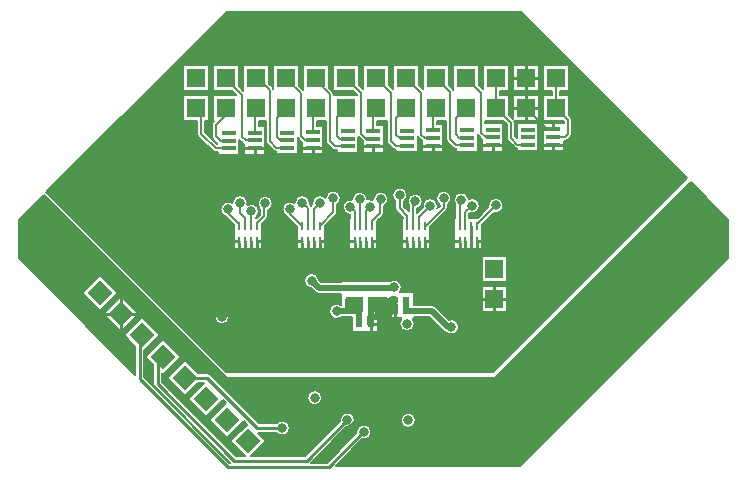
<source format=gbr>
%FSLAX25Y25*%
%MOIN*%
G04 EasyPC Gerber Version 18.0.8 Build 3632 *
%ADD18R,0.01000X0.02756*%
%ADD17R,0.02400X0.02400*%
%ADD16R,0.04600X0.01800*%
%ADD12R,0.06000X0.06000*%
%ADD10C,0.00500*%
%ADD70C,0.00800*%
%ADD11C,0.01000*%
%AMT13*0 Rectangle Pad at angle 45*21,1,0.06000,0.06000,0,0,45*%
%ADD13T13*%
%ADD19C,0.02000*%
%ADD71C,0.03000*%
%ADD14C,0.03200*%
%ADD15R,0.02400X0.02400*%
X0Y0D02*
D02*
D10*
X11318Y93141D02*
X2950Y84773D01*
Y72044*
X41893Y33101*
Y42555*
X38133Y46315*
X44143Y52326*
X50154Y46315*
X44793Y40955*
Y32309*
X73244Y3859*
X73449*
X48325Y28983*
G75*
G02X47900Y30009I1025J1025*
G01*
Y36548*
X45204Y39244*
X51215Y45254*
X57225Y39244*
X51215Y33234*
X50800Y33648*
Y30609*
X75451Y5959*
X78490*
X73489Y10960*
X79107Y16578*
X78046Y17639*
X72428Y12021*
X66417Y18031*
X72036Y23650*
X70975Y24710*
X65357Y19092*
X59346Y25102*
X64746Y30501*
X62624*
X58285Y26163*
X52275Y32173*
X58285Y38183*
X62753Y33716*
X65850*
G75*
G02X66987Y33245J-1607*
G01*
X83216Y17016*
X88870*
G75*
G02X93400Y15409I1980J-1607*
G01*
G75*
G02X88870Y13801I-2550*
G01*
X82668*
X85509Y10960*
X80508Y5959*
X98349*
X110041Y17651*
G75*
G02X110000Y18109I2508J457*
G01*
G75*
G02X115100I2550*
G01*
G75*
G02X112092Y15600I-2550*
G01*
X100351Y3859*
X105749*
X115541Y13651*
G75*
G02X115500Y14109I2508J457*
G01*
G75*
G02X120600I2550*
G01*
G75*
G02X117592Y11600I-2550*
G01*
X108801Y2809*
X170215*
X239550Y72144*
Y84873*
X227032Y97391*
X161750Y32109*
X72350*
X11318Y93141*
X23991Y60457D02*
X30001Y66468D01*
X36011Y60457*
X30001Y54447*
X23991Y60457*
X31062Y53386D02*
X37072Y59396D01*
X43083Y53386*
X37072Y47376*
X31062Y53386*
X104200Y25509D02*
G75*
G02X99100I-2550D01*
G01*
G75*
G02X104200I2550*
G01*
X135400Y18009D02*
G75*
G02X130300I-2550D01*
G01*
G75*
G02X135400I2550*
G01*
X14537Y60457D02*
G36*
X21608Y53386D01*
X31062*
X37072Y59396*
X43083Y53386*
X51072*
X44001Y60457*
X36011*
X30001Y54447*
X23991Y60457*
X14537*
G37*
X23991D02*
G36*
X30001Y66468D01*
X36011Y60457*
X44001*
X11318Y93141*
X2950Y84773*
Y72044*
X14537Y60457*
X23991*
G37*
X21608Y53386D02*
G36*
X41893Y33101D01*
Y42555*
X38133Y46315*
X44143Y52326*
X50154Y46315*
X44793Y40955*
Y32309*
X73244Y3859*
X73449*
X48325Y28983*
G75*
G02X47900Y30009I1025J1025*
G01*
Y36548*
X45204Y39244*
X51215Y45254*
X57225Y39244*
X51215Y33234*
X50800Y33648*
Y30609*
X75451Y5959*
X78490*
X73489Y10960*
X79107Y16578*
X78046Y17639*
X72428Y12021*
X66417Y18031*
X72036Y23650*
X70975Y24710*
X65357Y19092*
X59346Y25102*
X64746Y30501*
X62624*
X58285Y26163*
X52275Y32173*
X58285Y38183*
X62753Y33716*
X65850*
G75*
G02X66987Y33245J-1607*
G01*
X74723Y25509*
X99100*
G75*
G02X104200I2550*
G01*
X192915*
X239550Y72144*
Y84873*
X227032Y97391*
X161750Y32109*
X72350*
X51072Y53386*
X43083*
X37072Y47376*
X31062Y53386*
X21608*
G37*
X74723Y25509D02*
G36*
X83216Y17016D01*
X88870*
G75*
G02X93400Y15409I1980J-1607*
G01*
G75*
G02X88870Y13801I-2550*
G01*
X82668*
X85509Y10960*
X80508Y5959*
X98349*
X110041Y17651*
G75*
G02X110000Y18109I2508J457*
G01*
G75*
G02X115100I2550*
G01*
G75*
G02X115098Y18009I-2550*
G01*
X130300*
G75*
G02X135400I2550*
G01*
X185415*
X192915Y25509*
X104200*
G75*
G02X99100I-2550*
G01*
X74723*
G37*
X115098Y18009D02*
G36*
G75*
G02X112092Y15600I-2548J100D01*
G01*
X100351Y3859*
X105749*
X115541Y13651*
G75*
G02X115500Y14109I2508J457*
G01*
G75*
G02X120600I2550*
G01*
G75*
G02X117592Y11600I-2550*
G01*
X108801Y2809*
X170215*
X185415Y18009*
X135400*
G75*
G02X130300I-2550*
G01*
X115098*
G37*
X12218Y94041D02*
X72250Y34009D01*
X161150*
X225782Y98641*
X170315Y154109*
X72285*
X12218Y94041*
X62500Y117858D02*
X57898D01*
Y126358*
X66398*
Y117858*
X65200*
Y114068*
X69209Y110059*
X69268*
X67784Y111543*
G75*
G02X67343Y112609I1066J1066*
G01*
Y116509*
G75*
G02X67768Y117559I1507J0*
G01*
X68059Y117858*
X67898*
Y126358*
X75591*
X74091Y127858*
X67898*
Y136358*
X76398*
Y129369*
X77898Y127869*
Y136358*
X86398*
Y130169*
X87605Y128963*
G75*
G02X87898Y128522I-955J-954*
G01*
Y136358*
X96398*
Y129569*
X97898Y128069*
Y136358*
X106398*
Y128769*
X107605Y127563*
G75*
G02X108000Y126609I-955J-954*
G01*
Y126358*
X115899*
Y126450*
X114491Y127858*
X107898*
Y136358*
X116398*
Y129769*
X117898Y128269*
Y136358*
X126398*
Y129769*
X127898Y128269*
Y136358*
X136398*
Y129769*
X137898Y128269*
Y136358*
X146398*
Y129770*
X147806Y128363*
G75*
G02X147898Y128261I-954J-956*
G01*
Y136358*
X156398*
Y129769*
X157898Y128269*
Y136358*
X166398*
Y127858*
X163500*
Y126358*
X166398*
Y119769*
X167898Y118269*
Y126358*
X176398*
Y117858*
X168233*
G75*
G02X168400Y117209I-1183J-650*
G01*
Y112668*
X169099Y111969*
Y117059*
X176202*
Y107760*
X169099*
Y108568*
G75*
G02X168296Y108955I151J1341*
G01*
X166096Y111154*
G75*
G02X165700Y112109I954J955*
G01*
Y116650*
X164491Y117858*
X158599*
Y116976*
X164599*
Y107559*
X157501*
Y111548*
X156294Y112754*
G75*
G02X156001Y113194I955J955*
G01*
Y107559*
X148898*
Y108359*
X148850*
G75*
G02X147895Y108754J1350*
G01*
X145896Y110754*
G75*
G02X145501Y111709I955J954*
G01*
Y117858*
X142400*
Y116776*
X144599*
Y107358*
X137501*
Y110972*
G75*
G02X137337Y111112I790J1094*
G01*
X136294Y112154*
G75*
G02X136001Y112594I955J955*
G01*
Y107358*
X128898*
Y108158*
X128650*
G75*
G02X127695Y108554J1350*
G01*
X126095Y110154*
G75*
G02X125700Y111109I955J954*
G01*
Y117858*
X122600*
Y116577*
X124800*
Y107157*
X117702*
Y110946*
X116294Y112354*
G75*
G02X116202Y112457I953J955*
G01*
Y107157*
X109099*
Y107959*
X108450*
G75*
G02X107495Y108354I0J1350*
G01*
X105695Y110154*
G75*
G02X105300Y111109I955J954*
G01*
Y117858*
X102400*
Y116177*
X104599*
Y106760*
X97501*
Y110549*
X96095Y111954*
G75*
G02X96001Y112059I955J954*
G01*
Y106760*
X88898*
Y107559*
X88850*
G75*
G02X87895Y107954I0J1350*
G01*
X85695Y110154*
G75*
G02X85300Y111109I955J954*
G01*
Y117858*
X83000*
Y115976*
X85202*
Y106559*
X78099*
Y110035*
G75*
G02X77695Y110313I551J1233*
G01*
X76599Y111409*
Y106559*
X69501*
Y107359*
X68650*
G75*
G02X67695Y107754I0J1350*
G01*
X62895Y112554*
G75*
G02X62500Y113509I955J954*
G01*
Y117858*
X66398Y136358D02*
Y127858D01*
X57898*
Y136358*
X66398*
X71943Y85889D02*
G75*
G02X70200Y88309I807J2419D01*
G01*
G75*
G02X74202Y90405I2550*
G01*
G75*
G02X74200Y90509I2550J100*
G01*
G75*
G02X79300I2550*
G01*
G75*
G02X79189Y89765I-2550J0*
G01*
G75*
G02X82062Y85555I1361J-2157*
G01*
X82387*
X83399Y86568*
Y88455*
G75*
G02X82600Y90309I1751J1854*
G01*
G75*
G02X87700I2550*
G01*
G75*
G02X86099Y87942I-2550*
G01*
Y86009*
G75*
G02X85704Y85054I-1350*
G01*
X84202Y83552*
Y75181*
X74796*
Y83108*
X71943Y85889*
X73300Y52509D02*
G75*
G02X68200I-2550D01*
G01*
G75*
G02X73300I2550*
G01*
X92036Y86287D02*
G75*
G02X90900Y88409I1415J2122D01*
G01*
G75*
G02X95001Y90433I2550*
G01*
G75*
G02X95000Y90509I2547J78*
G01*
G75*
G02X100100I2550*
G01*
G75*
G02X100034Y89933I-2550*
G01*
X100368Y89600*
G75*
G02X100446Y89514I-957J-954*
G01*
X100866Y89933*
G75*
G02X105300Y92152I2484J575*
G01*
G75*
G02X110400Y92109I2550J-43*
G01*
G75*
G02X109200Y89945I-2550*
G01*
Y87427*
G75*
G02X108805Y86472I-1350J0*
G01*
X105099Y82767*
Y75181*
X95694*
Y82526*
X92399Y85728*
G75*
G02X92036Y86287I1050J1080*
G01*
X100433Y61968D02*
G75*
G02X98100Y64509I217J2541D01*
G01*
G75*
G02X103191Y64726I2550*
G01*
X103858Y64059*
X110501*
Y64559*
X126800*
Y64472*
G75*
G02X130093Y60657I1350J-2163*
G01*
X134702*
Y56516*
X140650*
G75*
G02X142126Y55913J-2108*
G01*
X146557Y51564*
G75*
G02X149801Y49109I693J-2455*
G01*
G75*
G02X145789Y47017I-2551*
G01*
G75*
G02X144574Y47605I261J2091*
G01*
X139789Y52301*
X134702*
Y51959*
X134305*
G75*
G02X135000Y50209I-1855J-1750*
G01*
G75*
G02X129900I-2550*
G01*
G75*
G02X130595Y51959I2550*
G01*
X125898*
Y55760*
X122898*
Y47559*
X114099*
Y52359*
X112927*
G75*
G02X111973I-477J1949*
G01*
X110630*
G75*
G02X106437Y54309I-1643J1950*
G01*
G75*
G02X110501Y56361I2550*
G01*
Y60159*
X103050*
G75*
G02X101671Y60730I0J1950*
G01*
X100433Y61968*
X113194Y75181D02*
Y85555D01*
X113594*
Y86459*
G75*
G02X111000Y89009I-44J2550*
G01*
G75*
G02X114109Y91497I2550*
G01*
G75*
G02X114100Y91709I2539J210*
G01*
G75*
G02X119200I2550*
G01*
G75*
G02X119199Y91646I-2549J0*
G01*
G75*
G02X121110Y91480I751J-2437*
G01*
G75*
G02X121100Y91709I2538J228*
G01*
G75*
G02X126200I2550*
G01*
G75*
G02X124800Y89433I-2550*
G01*
Y87109*
G75*
G02X124404Y86154I-1350*
G01*
X122599Y84348*
Y75181*
X113194*
X128543Y91052D02*
G75*
G02X127500Y93109I1507J2057D01*
G01*
G75*
G02X132600I2550*
G01*
G75*
G02X131557Y91052I-2550*
G01*
Y89232*
X133063Y87723*
Y89543*
G75*
G02X132600Y91009I2087J1465*
G01*
G75*
G02X137700I2550*
G01*
G75*
G02X135763Y88533I-2550*
G01*
Y87031*
X137666Y88933*
G75*
G02X137600Y89509I2485J575*
G01*
G75*
G02X142700I2550*
G01*
G75*
G02X142585Y88754I-2550J1*
G01*
X143300Y89468*
Y89845*
G75*
G02X142100Y92009I1350J2163*
G01*
G75*
G02X147200I2550*
G01*
G75*
G02X146000Y89845I-2550*
G01*
Y88909*
G75*
G02X145605Y87954I-1350J0*
G01*
X140099Y82449*
Y75181*
X130694*
Y85555*
X130937*
Y85585*
X128983Y87544*
G75*
G02X128543Y88609I1067J1065*
G01*
Y91052*
X148194Y75181D02*
Y85555D01*
X148594*
Y89772*
G75*
G02X148000Y91409I1956J1637*
G01*
G75*
G02X153067Y91817I2550*
G01*
G75*
G02X156700Y89509I1083J-2309*
G01*
G75*
G02X153575Y87024I-2550*
G01*
X153263Y86713*
Y85555*
X156087*
X159566Y89033*
G75*
G02X159500Y89609I2485J575*
G01*
G75*
G02X164600I2550*
G01*
G75*
G02X161475Y87124I-2550*
G01*
X157599Y83249*
Y75181*
X148194*
X165800Y54260D02*
X157300D01*
Y62760*
X165800*
Y54260*
Y64260D02*
X157300D01*
Y72760*
X165800*
Y64260*
X176398Y136358D02*
Y127858D01*
X167898*
Y136358*
X176398*
X177702Y107760D02*
Y117177D01*
X184700*
Y117650*
X184491Y117858*
X177898*
Y126358*
X180800*
Y127858*
X177898*
Y136358*
X186398*
Y127858*
X183500*
Y126358*
X186398*
Y119769*
X187005Y119163*
G75*
G02X187400Y118209I-955J-954*
G01*
Y113509*
G75*
G02X187004Y112554I-1350*
G01*
X185963Y111513*
G75*
G02X185009Y111119I-954J955*
G01*
X184800*
Y107760*
X177702*
X39635Y121459D02*
G36*
X12218Y94041D01*
X22139Y84120*
X73758*
X71943Y85889*
G75*
G02X70200Y88309I807J2419*
G01*
G75*
G02X74202Y90405I2550*
G01*
G75*
G02X74200Y90509I2550J100*
G01*
G75*
G02X79300I2550*
G01*
G75*
G02X79189Y89765I-2550J0*
G01*
G75*
G02X82062Y85555I1361J-2157*
G01*
X82387*
X83399Y86568*
Y88455*
G75*
G02X82600Y90309I1751J1854*
G01*
G75*
G02X87700I2550*
G01*
G75*
G02X86099Y87942I-2550*
G01*
Y86009*
G75*
G02X85704Y85054I-1350*
G01*
X84769Y84120*
X94054*
X92399Y85728*
G75*
G02X92036Y86287I1050J1080*
G01*
G75*
G02X90900Y88409I1415J2122*
G01*
G75*
G02X95001Y90433I2550*
G01*
G75*
G02X95000Y90509I2547J78*
G01*
G75*
G02X100100I2550*
G01*
G75*
G02X100034Y89933I-2550*
G01*
X100368Y89600*
G75*
G02X100446Y89514I-957J-954*
G01*
X100866Y89933*
G75*
G02X105300Y92152I2484J575*
G01*
G75*
G02X110400Y92109I2550J-43*
G01*
G75*
G02X109200Y89945I-2550*
G01*
Y87427*
G75*
G02X108805Y86472I-1350J0*
G01*
X106452Y84120*
X113194*
Y85555*
X113594*
Y86459*
G75*
G02X111000Y89009I-44J2550*
G01*
G75*
G02X114109Y91497I2550*
G01*
G75*
G02X114100Y91709I2539J210*
G01*
G75*
G02X119199I2550*
G01*
G75*
G02Y91646I-2549J-31*
G01*
G75*
G02X121110Y91480I751J-2437*
G01*
G75*
G02X121100Y91709I2538J228*
G01*
G75*
G02X126200I2550*
G01*
G75*
G02X124800Y89433I-2550*
G01*
Y87109*
G75*
G02X124404Y86154I-1350*
G01*
X122599Y84348*
Y84120*
X130694*
Y85555*
X130937*
Y85585*
X128983Y87544*
G75*
G02X128543Y88609I1067J1065*
G01*
Y91052*
G75*
G02X127500Y93109I1507J2057*
G01*
G75*
G02X132600I2550*
G01*
G75*
G02X131557Y91052I-2550*
G01*
Y89232*
X133063Y87723*
Y89543*
G75*
G02X132600Y91009I2087J1465*
G01*
G75*
G02X137700I2550*
G01*
G75*
G02X135763Y88533I-2550*
G01*
Y87031*
X137666Y88933*
G75*
G02X137600Y89509I2485J575*
G01*
G75*
G02X142700I2550*
G01*
G75*
G02X142585Y88754I-2550J1*
G01*
X143300Y89468*
Y89845*
G75*
G02X142100Y92009I1350J2163*
G01*
G75*
G02X147200I2550*
G01*
G75*
G02X146000Y89845I-2550*
G01*
Y88909*
G75*
G02X145605Y87954I-1350J0*
G01*
X141770Y84120*
X148194*
Y85555*
X148594*
Y89772*
G75*
G02X148000Y91409I1956J1637*
G01*
G75*
G02X153067Y91817I2550*
G01*
G75*
G02X156700Y89509I1083J-2309*
G01*
G75*
G02X153575Y87024I-2550*
G01*
X153263Y86713*
Y85555*
X156087*
X159566Y89033*
G75*
G02X159500Y89609I2485J575*
G01*
G75*
G02X164600I2550*
G01*
G75*
G02X161475Y87124I-2550*
G01*
X158470Y84120*
X211261*
X225782Y98641*
X202965Y121459*
X186398*
Y119769*
X187005Y119163*
G75*
G02X187400Y118209I-955J-954*
G01*
Y113509*
G75*
G02X187004Y112554I-1350*
G01*
X185963Y111513*
G75*
G02X185009Y111119I-954J955*
G01*
X184800*
Y107760*
X177702*
Y117177*
X184700*
Y117650*
X184491Y117858*
X177898*
Y121459*
X176398*
Y117858*
X168233*
G75*
G02X168400Y117209I-1183J-650*
G01*
Y112668*
X169099Y111969*
Y117059*
X176202*
Y107760*
X169099*
Y108568*
G75*
G02X168296Y108955I151J1341*
G01*
X166096Y111154*
G75*
G02X165700Y112109I954J955*
G01*
Y116650*
X164491Y117858*
X158599*
Y116976*
X164599*
Y107559*
X157501*
Y111548*
X156294Y112754*
G75*
G02X156001Y113194I955J955*
G01*
Y107559*
X148898*
Y108359*
X148850*
G75*
G02X147895Y108754J1350*
G01*
X145896Y110754*
G75*
G02X145501Y111709I955J954*
G01*
Y117858*
X142400*
Y116776*
X144599*
Y107358*
X137501*
Y110972*
G75*
G02X137337Y111112I790J1094*
G01*
X136294Y112154*
G75*
G02X136001Y112594I955J955*
G01*
Y107358*
X128898*
Y108158*
X128650*
G75*
G02X127695Y108554J1350*
G01*
X126095Y110154*
G75*
G02X125700Y111109I955J954*
G01*
Y117858*
X122600*
Y116577*
X124800*
Y107157*
X117702*
Y110946*
X116294Y112354*
G75*
G02X116202Y112457I953J955*
G01*
Y107157*
X109099*
Y107959*
X108450*
G75*
G02X107495Y108354I0J1350*
G01*
X105695Y110154*
G75*
G02X105300Y111109I955J954*
G01*
Y117858*
X102400*
Y116177*
X104599*
Y106760*
X97501*
Y110549*
X96095Y111954*
G75*
G02X96001Y112059I955J954*
G01*
Y106760*
X88898*
Y107559*
X88850*
G75*
G02X87895Y107954I0J1350*
G01*
X85695Y110154*
G75*
G02X85300Y111109I955J954*
G01*
Y117858*
X83000*
Y115976*
X85202*
Y106559*
X78099*
Y110035*
G75*
G02X77695Y110313I551J1233*
G01*
X76599Y111409*
Y106559*
X69501*
Y107359*
X68650*
G75*
G02X67695Y107754I0J1350*
G01*
X62895Y112554*
G75*
G02X62500Y113509I955J954*
G01*
Y117858*
X57898*
Y121459*
X39635*
G37*
X57898D02*
G36*
Y126358D01*
X66398*
Y117858*
X65200*
Y114068*
X69209Y110059*
X69268*
X67784Y111543*
G75*
G02X67343Y112609I1066J1066*
G01*
Y116509*
G75*
G02X67768Y117559I1507J0*
G01*
X68059Y117858*
X67898*
Y126358*
X75591*
X74091Y127858*
X67898*
Y132108*
X66398*
Y127858*
X57898*
Y132108*
X50285*
X39635Y121459*
X57898*
G37*
X177898D02*
G36*
Y126358D01*
X180800*
Y127858*
X177898*
Y132108*
X176398*
Y127858*
X167898*
Y132108*
X166398*
Y127858*
X163500*
Y126358*
X166398*
Y119769*
X167898Y118269*
Y126358*
X176398*
Y121459*
X177898*
G37*
X202965D02*
G36*
X192315Y132108D01*
X186398*
Y127858*
X183500*
Y126358*
X186398*
Y121459*
X202965*
G37*
X57898Y132108D02*
G36*
Y136358D01*
X66398*
Y132108*
X67898*
Y136358*
X76398*
Y129369*
X77898Y127869*
Y136358*
X86398*
Y130169*
X87605Y128963*
G75*
G02X87898Y128522I-955J-954*
G01*
Y136358*
X96398*
Y129569*
X97898Y128069*
Y136358*
X106398*
Y128769*
X107605Y127563*
G75*
G02X108000Y126609I-955J-954*
G01*
Y126358*
X115899*
Y126450*
X114491Y127858*
X107898*
Y136358*
X116398*
Y129769*
X117898Y128269*
Y136358*
X126398*
Y129769*
X127898Y128269*
Y136358*
X136398*
Y129769*
X137898Y128269*
Y136358*
X146398*
Y129770*
X147806Y128363*
G75*
G02X147898Y128261I-954J-956*
G01*
Y136358*
X156398*
Y129769*
X157898Y128269*
Y136358*
X166398*
Y132108*
X167898*
Y136358*
X176398*
Y132108*
X177898*
Y136358*
X186398*
Y132108*
X192315*
X170315Y154109*
X72285*
X50285Y132108*
X57898*
G37*
X22139Y84120D02*
G36*
X37749Y68510D01*
X157300*
Y72760*
X165800*
Y68510*
X195651*
X211261Y84120*
X158470*
X157599Y83249*
Y75181*
X148194*
Y84120*
X141770*
X140099Y82449*
Y75181*
X130694*
Y84120*
X122599*
Y75181*
X113194*
Y84120*
X106452*
X105099Y82767*
Y75181*
X95694*
Y82526*
X94054Y84120*
X84769*
X84202Y83552*
Y75181*
X74796*
Y83108*
X73758Y84120*
X22139*
G37*
X53750Y52509D02*
G36*
X72250Y34009D01*
X161150*
X179650Y52509*
X145595*
X146557Y51564*
G75*
G02X149801Y49109I693J-2455*
G01*
G75*
G02X145789Y47017I-2551*
G01*
G75*
G02X144574Y47605I261J2091*
G01*
X139789Y52301*
X134702*
Y51959*
X134305*
G75*
G02X135000Y50209I-1855J-1750*
G01*
G75*
G02X129900I-2550*
G01*
G75*
G02X130595Y51959I2550*
G01*
X125898*
Y55760*
X122898*
Y47559*
X114099*
Y52359*
X112927*
G75*
G02X111973I-477J1949*
G01*
X110630*
G75*
G02X107180Y52509I-1643J1950*
G01*
X73300*
G75*
G02X68200I-2550*
G01*
X53750*
G37*
X68200D02*
G36*
G75*
G02X73300I2550D01*
G01*
X107180*
G75*
G02X106437Y54309I1806J1800*
G01*
G75*
G02X110501Y56361I2550*
G01*
Y58510*
X47749*
X53750Y52509*
X68200*
G37*
X179650D02*
G36*
X185651Y58510D01*
X165800*
Y54260*
X157300*
Y58510*
X134702*
Y56516*
X140650*
G75*
G02X142126Y55913J-2108*
G01*
X145595Y52509*
X179650*
G37*
X110501Y58510D02*
G36*
Y60159D01*
X103050*
G75*
G02X101671Y60730I0J1950*
G01*
X100433Y61968*
G75*
G02X98100Y64509I217J2541*
G01*
G75*
G02X103191Y64726I2550*
G01*
X103858Y64059*
X110501*
Y64559*
X126800*
Y64472*
G75*
G02X130093Y60657I1350J-2163*
G01*
X134702*
Y58510*
X157300*
Y62760*
X165800*
Y58510*
X185651*
X195651Y68510*
X165800*
Y64260*
X157300*
Y68510*
X37749*
X47749Y58510*
X110501*
G37*
D02*
D11*
X33330Y53386D02*
X30709D01*
X37072Y49644D02*
Y47022D01*
Y57129D02*
Y59750D01*
X40815Y53386D02*
X43436D01*
X44143Y46315D02*
X43343D01*
Y31709*
X72643Y2409*
X106350*
X118250Y14309*
X118050*
Y14109*
X68250Y99909D02*
X66250D01*
X69350Y98809D02*
Y96809D01*
Y101009D02*
Y103009D01*
X70450Y99909D02*
X72450D01*
X76544Y76931D02*
Y74931D01*
Y77809D02*
X74544D01*
X78513D02*
Y74309D01*
X79850Y108709D02*
X77850D01*
X80481Y77809D02*
Y74109D01*
X81650Y108309D02*
Y106309D01*
X82450Y76931D02*
Y74931D01*
Y77809D02*
X84450D01*
X83450Y108709D02*
X85450D01*
X89550Y27209D02*
X87550D01*
X90650Y26109D02*
Y24109D01*
Y28309D02*
Y30309D01*
X90850Y15409D02*
X82550D01*
X65850Y32109*
X58350*
X58285Y32173*
X91750Y27209D02*
X93750D01*
X97444Y76931D02*
Y74931D01*
Y77809D02*
X95444D01*
X99250Y108909D02*
X97250D01*
X99413Y77809D02*
Y73709D01*
X99950Y42509D02*
X97950D01*
X101050Y41409D02*
Y39409D01*
Y43609D02*
Y45609D01*
Y108509D02*
Y106509D01*
X101381Y77809D02*
Y73609D01*
X102150Y42509D02*
X104150D01*
X102850Y108909D02*
X104850D01*
X103350Y76931D02*
Y74931D01*
Y77809D02*
X105350D01*
X112550Y18109D02*
X98950Y4509D01*
X74850*
X49350Y30009*
Y36680*
X51915Y39244*
X51215*
X114944Y76931D02*
Y74931D01*
Y77809D02*
X112944D01*
X116913D02*
Y74309D01*
X118550Y25309D02*
X116550D01*
X118881Y77809D02*
Y73709D01*
X119450Y109309D02*
X117450D01*
X119650Y24209D02*
Y22209D01*
Y26409D02*
Y28409D01*
X120450Y49309D02*
Y47309D01*
X120750Y25309D02*
X122750D01*
X120850Y76931D02*
Y74931D01*
Y77809D02*
X122850D01*
X121150Y50009D02*
X123150D01*
X121250Y108909D02*
Y106909D01*
X123050Y109309D02*
X125050D01*
X127650Y54409D02*
X125650D01*
X128350Y53709D02*
Y51709D01*
X132444Y76931D02*
Y74931D01*
Y77809D02*
X130444D01*
X133450Y71509D02*
X131450D01*
X134413Y77809D02*
Y74546D01*
X134550Y74409*
Y70409D02*
Y68409D01*
Y72609D02*
Y74609D01*
X135650Y71509D02*
X137650D01*
X136381Y77809D02*
Y73909D01*
X138350Y76931D02*
Y74931D01*
Y77809D02*
X140350D01*
X139250Y109509D02*
X137250D01*
X141050Y109109D02*
Y107109D01*
X142850Y109509D02*
X144850D01*
X149250Y26109D02*
X147250D01*
X149944Y76931D02*
Y74931D01*
Y77809D02*
X147944D01*
X150350Y25009D02*
Y23009D01*
Y27209D02*
Y29209D01*
X151450Y26109D02*
X153450D01*
X151913Y77809D02*
Y73709D01*
X153881Y77809D02*
Y74009D01*
Y82927D02*
Y77809D01*
X155850Y76931D02*
Y74931D01*
Y77809D02*
X157850D01*
X159050Y58509D02*
X157050D01*
X159250Y109709D02*
X157250D01*
X161050Y109309D02*
Y107309D01*
X161550Y56009D02*
Y54009D01*
Y61009D02*
Y63009D01*
X162850Y109709D02*
X164850D01*
X164050Y58509D02*
X166050D01*
X166350Y98909D02*
X164350D01*
X167450Y97809D02*
Y95809D01*
Y100009D02*
Y102009D01*
X168550Y98909D02*
X170550D01*
X169650Y122109D02*
X167650D01*
X169650Y132109D02*
X167650D01*
X172150Y119609D02*
Y117609D01*
Y124609D02*
Y126609D01*
Y129609D02*
Y127609D01*
Y134609D02*
Y136609D01*
X174650Y122109D02*
X176650D01*
X174650Y132109D02*
X176650D01*
X179450Y109909D02*
X177450D01*
X179450Y115027D02*
X177450D01*
X181250Y109509D02*
Y107509D01*
Y115427D02*
Y117427D01*
X183050Y109909D02*
X185050D01*
D02*
D12*
X62150Y122109D03*
Y132109D03*
X72150Y122109D03*
Y132109D03*
X82150Y122109D03*
Y132109D03*
X92150Y122109D03*
Y132109D03*
X102150Y122109D03*
Y132109D03*
X112150Y122109D03*
Y132109D03*
X122150Y122109D03*
Y132109D03*
X132150Y122109D03*
Y132109D03*
X142150Y122109D03*
Y132109D03*
X152150Y122109D03*
Y132109D03*
X161550Y58509D03*
Y68509D03*
X162150Y122109D03*
Y132109D03*
X172150Y122109D03*
Y132109D03*
X182150Y122109D03*
Y132109D03*
D02*
D13*
X30001Y60457D03*
X37072Y53386D03*
X44143Y46315D03*
X51215Y39244D03*
X58285Y32173D03*
X65357Y25102D03*
X72428Y18031D03*
X79499Y10960D03*
D02*
D14*
X69350Y99909D03*
X70750Y52509D03*
X72750Y88309D03*
X76750Y90509D03*
X80550Y87609D03*
X85150Y90309D03*
X90650Y27209D03*
X90850Y15409D03*
X93450Y88409D03*
X97550Y90509D03*
X100650Y64509D03*
X101050Y42509D03*
X101650Y25509D03*
X103350Y90509D03*
X107850Y92109D03*
X108987Y54309D03*
X112550Y18109D03*
X113550Y89009D03*
X116650Y91709D03*
X118050Y14109D03*
X119650Y25309D03*
X119950Y89209D03*
X123650Y91709D03*
X124850Y52409D03*
X128150Y62309D03*
X130050Y93109D03*
X132450Y50209D03*
X132850Y18009D03*
X134550Y71509D03*
X135150Y91009D03*
X140150Y89509D03*
X144650Y92009D03*
X147250Y49109D03*
X150350Y26109D03*
X150550Y91409D03*
X154150Y89509D03*
X162050Y89609D03*
X167450Y98909D03*
D02*
D15*
X116550Y50009D03*
Y53809D03*
X120450Y50009D03*
Y53809D03*
X128350Y54409D03*
Y58209D03*
X132250Y54409D03*
Y58209D03*
D02*
D16*
X73050Y108709D03*
Y111209D03*
Y113709D03*
X81650Y108709D03*
Y111268D03*
Y113827D03*
X92450Y108909D03*
Y111409D03*
Y113909D03*
X101050Y108909D03*
Y111468D03*
Y114027D03*
X112650Y109309D03*
Y111809D03*
Y114309D03*
X121250Y109309D03*
Y111868D03*
Y114427D03*
X132450Y109509D03*
Y112009D03*
Y114509D03*
X141050Y109509D03*
Y112068D03*
Y114627D03*
X152450Y109709D03*
Y112209D03*
Y114709D03*
X161050Y109709D03*
Y112268D03*
Y114827D03*
X172650Y109909D03*
Y112409D03*
Y114909D03*
X181250Y109909D03*
Y112468D03*
Y115027D03*
D02*
D17*
X112950Y58209D03*
Y62109D03*
X116750Y58209D03*
Y62109D03*
X120550Y58209D03*
Y62109D03*
X124350Y58209D03*
Y62109D03*
D02*
D18*
X76544Y77809D03*
Y82927D03*
X78513Y77809D03*
Y82927D03*
X80481Y77809D03*
Y82927D03*
X82450Y77809D03*
Y82927D03*
X97444Y77809D03*
Y82927D03*
X99413Y77809D03*
Y82927D03*
X101381Y77809D03*
Y82927D03*
X103350Y77809D03*
Y82927D03*
X114944Y77809D03*
Y82927D03*
X116913Y77809D03*
Y82927D03*
X118881Y77809D03*
Y82927D03*
X120850Y77809D03*
Y82927D03*
X132444Y77809D03*
Y82927D03*
X134413Y77809D03*
Y82927D03*
X136381Y77809D03*
Y82927D03*
X138350Y77809D03*
Y82927D03*
X149944Y77809D03*
Y82927D03*
X151913Y77809D03*
Y82927D03*
X153881Y77809D03*
Y82927D03*
X155850Y77809D03*
Y82927D03*
D02*
D19*
X100650Y64509D02*
X103050Y62109D01*
X112950*
X108987Y54309D02*
X112450D01*
X116050*
X116550Y53809*
X112950Y58209D02*
X112850D01*
Y55209*
X113650*
X115350Y56909*
Y54809*
X116750*
X112950Y58209D02*
Y57909D01*
X113650*
Y55009*
X112950Y54309*
X112450*
X112950Y58209D02*
X116750D01*
X112950Y62109D02*
X116650D01*
Y62009*
X116750*
Y62109*
X116550Y50009D02*
Y53809D01*
X116750Y54809D02*
Y54309D01*
X116550*
Y53809*
X116750Y58209D02*
Y54809D01*
Y62109D02*
X120550D01*
X120450Y53809D02*
X120250Y50009D01*
Y52409*
X124850*
X120450Y53809D02*
Y50009D01*
X120550Y58209D02*
X120850D01*
X122650Y56409*
X120550Y58209D02*
X121250D01*
X120550D02*
X120350D01*
Y53909*
X120450Y53809*
X124350Y58209D02*
X120550D01*
X124350Y62109D02*
X127950D01*
X128150Y62309*
X124350Y62109D02*
X120550D01*
X124850Y52409D02*
X125850D01*
X126650Y53309*
Y58109*
X127850*
X128400Y58009*
X128350*
Y58209*
X124850Y52409D02*
X124887Y56609D01*
X125350*
Y58209*
X124350*
X128350Y54409D02*
Y56509D01*
X127450*
Y58309*
X128350*
Y58209*
X132250Y54409D02*
Y54509D01*
X140650*
X146050Y49109*
X147250*
X132250Y58209D02*
Y54409D01*
D02*
D70*
X72150Y122109D02*
X72250Y121709D01*
Y119909*
X68850Y116509*
Y112609*
X70350Y111109*
X73050*
Y111209*
Y108709D02*
X68650D01*
X63850Y113509*
Y121609*
X63350Y122109*
X62150*
X76544Y82927D02*
X76450D01*
Y83509*
X72750Y87209*
Y88309*
X78513Y82927D02*
X78450D01*
Y85309*
X76787Y86972*
Y90509*
X76750*
X80481Y82927D02*
Y87540D01*
X80550Y87609*
X81650Y111268D02*
X78650D01*
X77450Y112468*
Y126409*
X72150Y131709*
Y132109*
X81650Y113827D02*
Y121609D01*
X82150Y122109*
X82450Y82927D02*
Y83709D01*
X84750Y86009*
Y89909*
X85150Y90309*
X92450Y108909D02*
X88850D01*
X86650Y111109*
Y128009*
X82550Y132109*
X82150*
X92450Y111409D02*
X89950D01*
X89050Y112309*
Y118609*
X92150Y121709*
Y122109*
X97444Y82927D02*
Y82909D01*
X97350*
X93450Y86809*
Y88409*
X99413Y82927D02*
Y88646D01*
X97550Y90509*
X101050Y111468D02*
X98491D01*
X97050Y112909*
Y127009*
X92150Y131909*
Y132109*
X101050Y114027D02*
Y121009D01*
X102150Y122109*
X101381Y82927D02*
Y88540D01*
X103350Y90509*
Y82927D02*
X107850Y87427D01*
Y92109*
X112650Y109309D02*
X108450D01*
X106650Y111109*
Y126609*
X102150Y131109*
Y132109*
X112650Y111809D02*
X109950D01*
X109050Y112709*
Y119009*
X112150Y122109*
X114944Y82927D02*
Y87614D01*
X113550Y89009*
X116913Y82927D02*
Y91446D01*
X116650Y91709*
X118881Y82927D02*
Y88140D01*
X119950Y89209*
X120850Y82927D02*
Y84509D01*
X123450Y87109*
Y91509*
X123650Y91709*
X121250Y111868D02*
X118691D01*
X117250Y113309*
Y127009*
X112150Y132109*
X121250Y114427D02*
Y121209D01*
X122150Y122109*
X132444Y82927D02*
X132450D01*
Y86209*
X130050Y88609*
Y93109*
X132450Y109509D02*
X128650D01*
X127050Y111109*
Y127209*
X122150Y132109*
X132450Y112009D02*
X129950D01*
X128850Y113109*
Y118809*
X132150Y122109*
X134413Y82927D02*
Y90272D01*
X135150Y91009*
X136381Y82927D02*
Y85740D01*
X140150Y89509*
X138350Y82927D02*
X138668D01*
X144650Y88909*
Y92009*
X141050Y112068D02*
X138291D01*
X137250Y113109*
Y127009*
X132150Y132109*
X141050Y114627D02*
Y121009D01*
X142150Y122109*
X149944Y82927D02*
Y90803D01*
X150550Y91409*
X151913Y82927D02*
Y87272D01*
X154150Y89509*
X152450Y109709D02*
X148850D01*
X146850Y111709*
Y127409*
X142150Y132109*
X152450Y112209D02*
X149750D01*
X148650Y113309*
Y118609*
X152150Y122109*
X155850Y82927D02*
Y83409D01*
X162050Y89609*
X161050Y112268D02*
X158691D01*
X157250Y113709*
Y127009*
X152150Y132109*
X162150D02*
Y122109D01*
X172150Y132109D02*
Y122109D01*
X172650Y109909D02*
X169250D01*
X167050Y112109*
Y117209*
X162150Y122109*
X181250Y112468D02*
X185009D01*
X186050Y113509*
Y118209*
X182150Y122109*
X181250Y115027D02*
X179232D01*
X172150Y122109*
X182150Y132109D02*
Y122109D01*
D02*
D71*
X122650Y56409D02*
Y54609D01*
X124850Y52409*
X0Y0D02*
M02*

</source>
